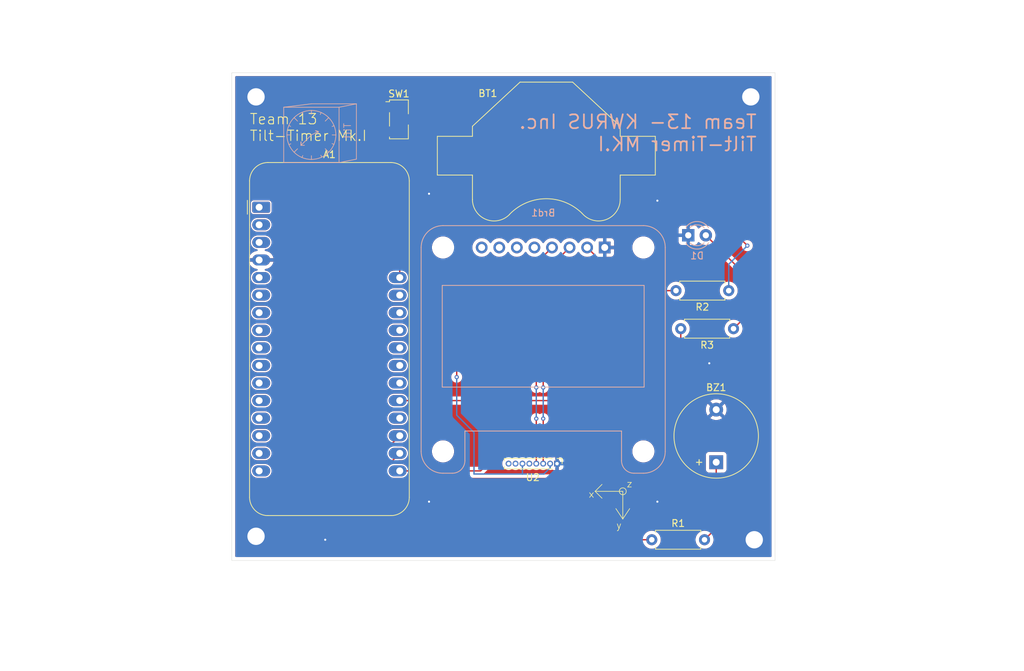
<source format=kicad_pcb>
(kicad_pcb (version 20241229) (generator "pcbnew") (generator_version "9.0")
  (title_block (title "Tilt-Timer Cube") (date "2025-11-17") (rev "2.0") (company "KWRUS Inc."))
  (layers (0 "F.Cu" signal) (2 "B.Cu" signal) (13 "F.Paste" user) (15 "B.Paste" user) (5 "F.SilkS" user "F.Silkscreen") (7 "B.SilkS" user "B.Silkscreen") (1 "F.Mask" user) (3 "B.Mask" user) (25 "Edge.Cuts" user))
  (net 0 "")
  (net 3 "Net-(A1-A6{slash}IO14)")
  (net 7 "Net-(A1-SCL{slash}IO22)")
  (net 9 "Net-(A1-SDA{slash}IO23)")
  (net 14 "GND")
  (net 19 "Net-(A1-A8{slash}IO15)")
  (net 28 "Net-(Brd1-VCC)")
  (net 29 "+BATT")
  (net 30 "Net-(BZ1-+)")
  (net 31 "Net-(D1-A)")
  (net 34 "Net-(A1-VBAT)")
  (footprint "Button_Switch_SMD:Nidec_Copal_CAS-120A" (layer "F.Cu") (at 117.15 46.75)
    (property "Reference" "SW1" (at 0 -3.7 0) (layer "F.SilkS"))
    (property "Value" "SW_Nidec_CAS-120A1")
    (fp_line (start -1.36 -2.81) (end 1.36 -2.81) (stroke (width 0.12)) (layer "F.SilkS"))
    (fp_line (start -1.36 -2.55) (end -1.9 -2.55) (stroke (width 0.12)) (layer "F.SilkS"))
    (fp_line (start -1.36 -2.55) (end -1.36 -2.8) (stroke (width 0.12)) (layer "F.SilkS"))
    (fp_line (start -1.36 -0.98) (end -1.36 0.98) (stroke (width 0.12)) (layer "F.SilkS"))
    (fp_line (start -1.36 2.81) (end -1.36 2.55) (stroke (width 0.12)) (layer "F.SilkS"))
    (fp_line (start 1.35 2.81) (end -1.35 2.81) (stroke (width 0.12)) (layer "F.SilkS"))
    (fp_line (start 1.36 -2.81) (end 1.36 -0.8) (stroke (width 0.12)) (layer "F.SilkS"))
    (fp_line (start 1.36 0.8) (end 1.36 2.81) (stroke (width 0.12)) (layer "F.SilkS"))
    (pad "1" smd roundrect (at -1.15 -1.75 270) (size 1 1.6) (layers "F.Cu" "F.Mask" "F.Paste"))
    (pad "2" smd roundrect (at 1.15 0 270) (size 1 1.6) (layers "F.Cu" "F.Mask" "F.Paste") (net 29 "+BATT"))
    (pad "3" smd roundrect (at -1.15 1.75 270) (size 1 1.6) (layers "F.Cu" "F.Mask" "F.Paste") (net 34 "Net-(A1-VBAT)"))
  )
  (footprint "Connector_PinHeader_1.00mm:PinHeader_1x08_P1.00mm_Vertical" (layer "F.Cu") (at 140 96.5 -90)
    (property "Reference" "U2" (at 2 3.5 180) (layer "F.SilkS"))
    (property "Value" "LIS3DH")
    (fp_line (start -0.745 7.61) (end -0.41003 7.61) (stroke (width 0.12)) (layer "F.SilkS"))
    (fp_line (start 0.41003 7.61) (end 0.745 7.61) (stroke (width 0.12)) (layer "F.SilkS"))
    (fp_line (start -0.745 0.735) (end -0.745 7.61) (stroke (width 0.12)) (layer "F.SilkS"))
    (fp_line (start -0.745 0.735) (end -0.685565 0.735) (stroke (width 0.12)) (layer "F.SilkS"))
    (fp_line (start 0.685565 0.735) (end 0.745 0.735) (stroke (width 0.12)) (layer "F.SilkS"))
    (fp_line (start 0.745 0.735) (end 0.745 7.61) (stroke (width 0.12)) (layer "F.SilkS"))
    (fp_line (start -0.745 0) (end -0.745 -0.735) (stroke (width 0.12)) (layer "F.SilkS"))
    (fp_line (start -0.745 -0.735) (end 0 -0.735) (stroke (width 0.12)) (layer "F.SilkS"))
    (pad "1" thru_hole rect (at 0 0 270) (size 0.85 0.85) (drill 0.5) (layers "*.Cu" "*.Mask") (net 14 "GND"))
    (pad "2" thru_hole circle (at 0 1 270) (size 0.85 0.85) (drill 0.5) (layers "*.Cu" "*.Mask") (net 29 "+BATT"))
    (pad "3" thru_hole circle (at 0 2 270) (size 0.85 0.85) (drill 0.5) (layers "*.Cu" "*.Mask") (net 7 "Net-(A1-SCL{slash}IO22)"))
    (pad "4" thru_hole circle (at 0 3 270) (size 0.85 0.85) (drill 0.5) (layers "*.Cu" "*.Mask") (net 9 "Net-(A1-SDA{slash}IO23)"))
    (pad "5" thru_hole circle (at 0 4 270) (size 0.85 0.85) (drill 0.5) (layers "*.Cu" "*.Mask") (net 14 "GND"))
    (pad "6" thru_hole circle (at 0 5 270) (size 0.85 0.85) (drill 0.5) (layers "*.Cu" "*.Mask") (net 29 "+BATT"))
    (pad "7" thru_hole circle (at 0 6 270) (size 0.85 0.85) (drill 0.5) (layers "*.Cu" "*.Mask"))
    (pad "8" thru_hole circle (at 0 7 270) (size 0.85 0.85) (drill 0.5) (layers "*.Cu" "*.Mask"))
  )
  (footprint "Module:Adafruit_Feather" (layer "F.Cu") (at 96.9475 59.45)
    (property "Reference" "A1" (at 10.16 -7.62 0) (layer "F.SilkS"))
    (property "Value" "Adafruit_Feather_HUZZAH32_ESP32")
    (fp_line (start -1.7 1) (end -1.7 -1) (stroke (width 0.12)) (layer "F.SilkS"))
    (fp_line (start -1.38 -3.81) (end -1.38 41.91) (stroke (width 0.12)) (layer "F.SilkS"))
    (fp_line (start 19.05 -6.46) (end 1.27 -6.46) (stroke (width 0.12)) (layer "F.SilkS"))
    (fp_line (start 19.05 44.56) (end 1.27 44.56) (stroke (width 0.12)) (layer "F.SilkS"))
    (fp_line (start 21.7 -3.81) (end 21.7 41.91) (stroke (width 0.12)) (layer "F.SilkS"))
    (fp_arc (start -1.38 -3.81) (mid -0.603833 -5.683833) (end 1.27 -6.46) (stroke (width 0.12)) (layer "F.SilkS"))
    (fp_arc (start 1.27 44.56) (mid -0.603833 43.783833) (end -1.38 41.91) (stroke (width 0.12)) (layer "F.SilkS"))
    (fp_arc (start 19.05 -6.46) (mid 20.923833 -5.683833) (end 21.7 -3.81) (stroke (width 0.12)) (layer "F.SilkS"))
    (fp_arc (start 21.7 41.91) (mid 20.923833 43.783833) (end 19.05 44.56) (stroke (width 0.12)) (layer "F.SilkS"))
    (pad "1" thru_hole roundrect (at 0 0) (size 2.6 1.6) (drill 1 (offset 0.3 0)) (layers "*.Cu" "*.Mask") (roundrect_rratio 0.15625))
    (pad "2" thru_hole oval (at 0 2.54) (size 2.6 1.6) (drill 1 (offset 0.3 0)) (layers "*.Cu" "*.Mask"))
    (pad "3" thru_hole oval (at 0 5.08) (size 2.6 1.6) (drill 1 (offset 0.3 0)) (layers "*.Cu" "*.Mask"))
    (pad "4" thru_hole oval (at 0 7.62) (size 2.6 1.6) (drill 1 (offset 0.3 0)) (layers "*.Cu" "*.Mask") (net 14 "GND"))
    (pad "5" thru_hole oval (at 0 10.16) (size 2.6 1.6) (drill 1 (offset 0.3 0)) (layers "*.Cu" "*.Mask"))
    (pad "6" thru_hole oval (at 0 12.7) (size 2.6 1.6) (drill 1 (offset 0.3 0)) (layers "*.Cu" "*.Mask"))
    (pad "7" thru_hole oval (at 0 15.24) (size 2.6 1.6) (drill 1 (offset 0.3 0)) (layers "*.Cu" "*.Mask"))
    (pad "8" thru_hole oval (at 0 17.78) (size 2.6 1.6) (drill 1 (offset 0.3 0)) (layers "*.Cu" "*.Mask"))
    (pad "9" thru_hole oval (at 0 20.32) (size 2.6 1.6) (drill 1 (offset 0.3 0)) (layers "*.Cu" "*.Mask"))
    (pad "10" thru_hole oval (at 0 22.86) (size 2.6 1.6) (drill 1 (offset 0.3 0)) (layers "*.Cu" "*.Mask"))
    (pad "11" thru_hole oval (at 0 25.4) (size 2.6 1.6) (drill 1 (offset 0.3 0)) (layers "*.Cu" "*.Mask"))
    (pad "12" thru_hole oval (at 0 27.94) (size 2.6 1.6) (drill 1 (offset 0.3 0)) (layers "*.Cu" "*.Mask"))
    (pad "13" thru_hole oval (at 0 30.48) (size 2.6 1.6) (drill 1 (offset 0.3 0)) (layers "*.Cu" "*.Mask"))
    (pad "14" thru_hole oval (at 0 33.02) (size 2.6 1.6) (drill 1 (offset 0.3 0)) (layers "*.Cu" "*.Mask"))
    (pad "15" thru_hole oval (at 0 35.56) (size 2.6 1.6) (drill 1 (offset 0.3 0)) (layers "*.Cu" "*.Mask"))
    (pad "16" thru_hole oval (at 0 38.1) (size 2.6 1.6) (drill 1 (offset 0.3 0)) (layers "*.Cu" "*.Mask"))
    (pad "17" thru_hole oval (at 20.32 38.1 180) (size 2.6 1.6) (drill 1 (offset 0.3 0)) (layers "*.Cu" "*.Mask") (net 9 "Net-(A1-SDA{slash}IO23)"))
    (pad "18" thru_hole oval (at 20.32 35.56 180) (size 2.6 1.6) (drill 1 (offset 0.3 0)) (layers "*.Cu" "*.Mask") (net 7 "Net-(A1-SCL{slash}IO22)"))
    (pad "19" thru_hole oval (at 20.32 33.02 180) (size 2.6 1.6) (drill 1 (offset 0.3 0)) (layers "*.Cu" "*.Mask") (net 3 "Net-(A1-A6{slash}IO14)"))
    (pad "20" thru_hole oval (at 20.32 30.48 180) (size 2.6 1.6) (drill 1 (offset 0.3 0)) (layers "*.Cu" "*.Mask"))
    (pad "21" thru_hole oval (at 20.32 27.94 180) (size 2.6 1.6) (drill 1 (offset 0.3 0)) (layers "*.Cu" "*.Mask") (net 19 "Net-(A1-A8{slash}IO15)"))
    (pad "22" thru_hole oval (at 20.32 25.4 180) (size 2.6 1.6) (drill 1 (offset 0.3 0)) (layers "*.Cu" "*.Mask"))
    (pad "23" thru_hole oval (at 20.32 22.86 180) (size 2.6 1.6) (drill 1 (offset 0.3 0)) (layers "*.Cu" "*.Mask"))
    (pad "24" thru_hole oval (at 20.32 20.32 180) (size 2.6 1.6) (drill 1 (offset 0.3 0)) (layers "*.Cu" "*.Mask"))
    (pad "25" thru_hole oval (at 20.32 17.78 180) (size 2.6 1.6) (drill 1 (offset 0.3 0)) (layers "*.Cu" "*.Mask"))
    (pad "26" thru_hole oval (at 20.32 15.24 180) (size 2.6 1.6) (drill 1 (offset 0.3 0)) (layers "*.Cu" "*.Mask"))
    (pad "27" thru_hole oval (at 20.32 12.7 180) (size 2.6 1.6) (drill 1 (offset 0.3 0)) (layers "*.Cu" "*.Mask"))
    (pad "28" thru_hole oval (at 20.32 10.16 180) (size 2.6 1.6) (drill 1 (offset 0.3 0)) (layers "*.Cu" "*.Mask") (net 34 "Net-(A1-VBAT)"))
  )
  (footprint "Resistor_THT:R_Axial_DIN0207_L6.3mm_D2.5mm_P7.62mm_Horizontal" (layer "F.Cu") (at 165.5 77 180)
    (property "Reference" "R3" (at 3.81 -2.37 0) (layer "F.SilkS"))
    (property "Value" "220")
    (fp_line (start 7.08 1.37) (end 7.08 1.04) (stroke (width 0.12)) (layer "F.SilkS"))
    (fp_line (start 7.08 -1.37) (end 7.08 -1.04) (stroke (width 0.12)) (layer "F.SilkS"))
    (fp_line (start 0.54 1.37) (end 7.08 1.37) (stroke (width 0.12)) (layer "F.SilkS"))
    (fp_line (start 0.54 1.04) (end 0.54 1.37) (stroke (width 0.12)) (layer "F.SilkS"))
    (fp_line (start 0.54 -1.04) (end 0.54 -1.37) (stroke (width 0.12)) (layer "F.SilkS"))
    (fp_line (start 0.54 -1.37) (end 7.08 -1.37) (stroke (width 0.12)) (layer "F.SilkS"))
    (pad "1" thru_hole circle (at 0 0 180) (size 1.6 1.6) (drill 0.8) (layers "*.Cu" "*.Mask") (net 31 "Net-(D1-A)"))
    (pad "2" thru_hole circle (at 7.62 0 180) (size 1.6 1.6) (drill 0.8) (layers "*.Cu" "*.Mask") (net 19 "Net-(A1-A8{slash}IO15)"))
  )
  (footprint "Resistor_THT:R_Axial_DIN0207_L6.3mm_D2.5mm_P7.62mm_Horizontal" (layer "F.Cu") (at 153.69 107.5)
    (property "Reference" "R1" (at 3.81 -2.37 0) (layer "F.SilkS"))
    (property "Value" "220")
    (fp_line (start 0.54 -1.37) (end 7.08 -1.37) (stroke (width 0.12)) (layer "F.SilkS"))
    (fp_line (start 0.54 -1.04) (end 0.54 -1.37) (stroke (width 0.12)) (layer "F.SilkS"))
    (fp_line (start 0.54 1.04) (end 0.54 1.37) (stroke (width 0.12)) (layer "F.SilkS"))
    (fp_line (start 0.54 1.37) (end 7.08 1.37) (stroke (width 0.12)) (layer "F.SilkS"))
    (fp_line (start 7.08 -1.37) (end 7.08 -1.04) (stroke (width 0.12)) (layer "F.SilkS"))
    (fp_line (start 7.08 1.37) (end 7.08 1.04) (stroke (width 0.12)) (layer "F.SilkS"))
    (pad "1" thru_hole circle (at 0 0) (size 1.6 1.6) (drill 0.8) (layers "*.Cu" "*.Mask") (net 3 "Net-(A1-A6{slash}IO14)"))
    (pad "2" thru_hole circle (at 7.62 0) (size 1.6 1.6) (drill 0.8) (layers "*.Cu" "*.Mask") (net 30 "Net-(BZ1-+)"))
  )
  (footprint "MountingHole:MountingHole_2.5mm" (layer "F.Cu") (at 168 43.5)
    (property "Reference" "REF**" (hide yes))
    (property "Value" "MountingHole_2.5mm" (hide yes))
    (pad "" np_thru_hole circle (at 0 0) (size 2.5 2.5) (drill 2.5) (layers "*.Cu" "*.Mask"))
  )
  (footprint "Battery:BatteryHolder_Multicomp_BC-2001_1x2032" (layer "F.Cu") (at 138.45 52 180)
    (property "Reference" "BT1" (at 8.45 9 0) (layer "F.SilkS"))
    (property "Value" "CR2032")
    (fp_line (start 15.75 2.8) (end 15.75 -2.8) (stroke (width 0.12)) (layer "F.SilkS"))
    (fp_line (start 15.75 -2.8) (end 10.68 -2.8) (stroke (width 0.12)) (layer "F.SilkS"))
    (fp_line (start 10.68 4.25) (end 3.8 10.63) (stroke (width 0.12)) (layer "F.SilkS"))
    (fp_line (start 10.68 2.8) (end 15.75 2.8) (stroke (width 0.12)) (layer "F.SilkS"))
    (fp_line (start 10.68 2.8) (end 10.68 4.25) (stroke (width 0.12)) (layer "F.SilkS"))
    (fp_line (start 10.68 -2.8) (end 10.68 -6.35) (stroke (width 0.12)) (layer "F.SilkS"))
    (fp_line (start 3.8 10.63) (end -3.8 10.63) (stroke (width 0.12)) (layer "F.SilkS"))
    (fp_line (start -10.68 4.25) (end -3.8 10.63) (stroke (width 0.12)) (layer "F.SilkS"))
    (fp_line (start -10.68 2.8) (end -10.68 4.25) (stroke (width 0.12)) (layer "F.SilkS"))
    (fp_line (start -10.68 -2.8) (end -10.68 -6.28) (stroke (width 0.12)) (layer "F.SilkS"))
    (fp_line (start -15.75 2.8) (end -10.68 2.8) (stroke (width 0.12)) (layer "F.SilkS"))
    (fp_line (start -15.75 2.8) (end -15.75 -2.8) (stroke (width 0.12)) (layer "F.SilkS"))
    (fp_line (start -15.75 -2.8) (end -10.68 -2.8) (stroke (width 0.12)) (layer "F.SilkS"))
    (fp_arc (start 5.316452 -8.492753) (mid 8.734461 -9.197232) (end 10.68 -6.3) (stroke (width 0.12)) (layer "F.SilkS"))
    (fp_arc (start 5.306422 -8.467392) (mid 0.096808 -6.218103) (end -5.169999 -8.330001) (stroke (width 0.12)) (layer "F.SilkS"))
    (fp_arc (start -10.677058 -6.3) (mid -8.637972 -9.23169) (end -5.180001 -8.339999) (stroke (width 0.12)) (layer "F.SilkS"))
    (pad "1" smd rect (at -12.95 0 180) (size 5 5) (layers "F.Cu" "F.Mask" "F.Paste") (net 29 "+BATT"))
    (pad "1" smd rect (at 12.95 0 180) (size 5 5) (layers "F.Cu" "F.Mask" "F.Paste") (net 29 "+BATT"))
    (pad "2" smd rect (at 0 0 180) (size 4 4) (layers "F.Cu" "F.Mask" "F.Paste") (net 14 "GND"))
  )
  (footprint "Resistor_THT:R_Axial_DIN0207_L6.3mm_D2.5mm_P7.62mm_Horizontal" (layer "F.Cu") (at 164.81 71.5 180)
    (property "Reference" "R2" (at 3.81 -2.37 0) (layer "F.SilkS"))
    (property "Value" "4.7k")
    (fp_line (start 7.08 1.37) (end 7.08 1.04) (stroke (width 0.12)) (layer "F.SilkS"))
    (fp_line (start 7.08 -1.37) (end 7.08 -1.04) (stroke (width 0.12)) (layer "F.SilkS"))
    (fp_line (start 0.54 1.37) (end 7.08 1.37) (stroke (width 0.12)) (layer "F.SilkS"))
    (fp_line (start 0.54 1.04) (end 0.54 1.37) (stroke (width 0.12)) (layer "F.SilkS"))
    (fp_line (start 0.54 -1.04) (end 0.54 -1.37) (stroke (width 0.12)) (layer "F.SilkS"))
    (fp_line (start 0.54 -1.37) (end 7.08 -1.37) (stroke (width 0.12)) (layer "F.SilkS"))
    (pad "1" thru_hole circle (at 0 0 180) (size 1.6 1.6) (drill 0.8) (layers "*.Cu" "*.Mask") (net 29 "+BATT"))
    (pad "2" thru_hole circle (at 7.62 0 180) (size 1.6 1.6) (drill 0.8) (layers "*.Cu" "*.Mask") (net 28 "Net-(Brd1-VCC)"))
  )
  (footprint "MountingHole:MountingHole_2.5mm" (layer "F.Cu") (at 96.5 43.5)
    (property "Reference" "REF**" (hide yes))
    (property "Value" "MountingHole_2.5mm" (hide yes))
    (pad "" np_thru_hole circle (at 0 0) (size 2.5 2.5) (drill 2.5) (layers "*.Cu" "*.Mask"))
  )
  (footprint "MountingHole:MountingHole_2.5mm" (layer "F.Cu") (at 96.5 107)
    (property "Reference" "REF**" (hide yes))
    (property "Value" "MountingHole_2.5mm" (hide yes))
    (pad "" np_thru_hole circle (at 0 0) (size 2.5 2.5) (drill 2.5) (layers "*.Cu" "*.Mask"))
  )
  (footprint "Buzzer_Beeper:Buzzer_12x9.5RM7.6" (layer "F.Cu") (at 163 96.3 90)
    (property "Reference" "BZ1" (at 10.8 0 180) (layer "F.SilkS"))
    (property "Value" "Buzzer")
    (fp_circle (center 3.8 0) (end 9.9 0) (stroke (width 0.12)) (fill no) (layer "F.SilkS"))
    (fp_text user "+" (at -0.01 -2.54 90) (layer "F.SilkS"))
    (pad "1" thru_hole rect (at 0 0 90) (size 2 2) (drill 1) (layers "*.Cu" "*.Mask") (net 30 "Net-(BZ1-+)"))
    (pad "2" thru_hole circle (at 7.6 0 90) (size 2 2) (drill 1) (layers "*.Cu" "*.Mask") (net 14 "GND"))
  )
  (footprint "MountingHole:MountingHole_2.5mm" (layer "F.Cu") (at 168.5 107.5)
    (property "Reference" "REF**" (hide yes))
    (property "Value" "MountingHole_2.5mm" (hide yes))
    (pad "" np_thru_hole circle (at 0 0) (size 2.5 2.5) (drill 2.5) (layers "*.Cu" "*.Mask"))
  )
  (footprint "Display:Adafruit_SSD1306" (layer "B.Cu") (at 146.89 65.265 180)
    (property "Reference" "Brd1" (at 8.89 5 0) (layer "B.SilkS") (effects (justify mirror)))
    (property "Value" "SSD1306")
    (fp_line (start 26.526 0) (end 26.526 -29.464) (stroke (width 0.12)) (layer "B.SilkS"))
    (fp_line (start 23.478 -5.478) (end 23.478 -20.176) (stroke (width 0.12)) (layer "B.SilkS"))
    (fp_line (start 23.368 3.158) (end -5.588 3.158) (stroke (width 0.12)) (layer "B.SilkS"))
    (fp_line (start 22.018 -32.622) (end 23.37 -32.622) (stroke (width 0.12)) (layer "B.SilkS"))
    (fp_line (start 20.21 -26.526) (end 20.21 -30.814) (stroke (width 0.12)) (layer "B.SilkS"))
    (fp_line (start -2.43 -26.526) (end 20.21 -26.526) (stroke (width 0.12)) (layer "B.SilkS"))
    (fp_line (start -2.43 -26.526) (end -2.43 -30.814) (stroke (width 0.12)) (layer "B.SilkS"))
    (fp_line (start -4.238 -32.622) (end -5.59 -32.622) (stroke (width 0.12)) (layer "B.SilkS"))
    (fp_line (start -5.698 -5.478) (end 23.478 -5.478) (stroke (width 0.12)) (layer "B.SilkS"))
    (fp_line (start -5.698 -5.478) (end -5.698 -20.176) (stroke (width 0.12)) (layer "B.SilkS"))
    (fp_line (start -5.698 -20.176) (end 23.478 -20.176) (stroke (width 0.12)) (layer "B.SilkS"))
    (fp_line (start -8.746 0) (end -8.746 -29.464) (stroke (width 0.12)) (layer "B.SilkS"))
    (fp_arc (start 26.526 0) (mid 25.601043 2.233043) (end 23.368 3.158) (stroke (width 0.12)) (layer "B.SilkS"))
    (fp_arc (start 23.368 -32.622) (mid 25.601043 -31.697043) (end 26.526 -29.464) (stroke (width 0.12)) (layer "B.SilkS"))
    (fp_arc (start 20.21 -30.812) (mid 20.738137 -32.091035) (end 22.016 -32.622) (stroke (width 0.12)) (layer "B.SilkS"))
    (fp_arc (start -4.236 -32.622) (mid -2.958137 -32.091035) (end -2.43 -30.812) (stroke (width 0.12)) (layer "B.SilkS"))
    (fp_arc (start -5.588 3.158) (mid -7.821043 2.233043) (end -8.746 0) (stroke (width 0.12)) (layer "B.SilkS"))
    (fp_arc (start -8.746 -29.464) (mid -7.821043 -31.697043) (end -5.588 -32.622) (stroke (width 0.12)) (layer "B.SilkS"))
    (pad "" np_thru_hole circle (at -5.588 -29.464 180) (size 2.7 2.7) (drill 2.7) (layers "*.Cu" "*.Mask"))
    (pad "" np_thru_hole circle (at -5.588 0 180) (size 2.7 2.7) (drill 2.7) (layers "*.Cu" "*.Mask"))
    (pad "" np_thru_hole circle (at 23.368 -29.464 180) (size 2.7 2.7) (drill 2.7) (layers "*.Cu" "*.Mask"))
    (pad "" np_thru_hole circle (at 23.368 0 180) (size 2.7 2.7) (drill 2.7) (layers "*.Cu" "*.Mask"))
    (pad "1" thru_hole rect (at 0 0 180) (size 1.7 1.7) (drill 1) (layers "*.Cu" "*.Mask") (net 14 "GND"))
    (pad "2" thru_hole circle (at 2.54 0 180) (size 1.7 1.7) (drill 1) (layers "*.Cu" "*.Mask") (net 28 "Net-(Brd1-VCC)"))
    (pad "3" thru_hole circle (at 5.08 0 180) (size 1.7 1.7) (drill 1) (layers "*.Cu" "*.Mask") (net 7 "Net-(A1-SCL{slash}IO22)"))
    (pad "4" thru_hole circle (at 7.62 0 180) (size 1.7 1.7) (drill 1) (layers "*.Cu" "*.Mask") (net 9 "Net-(A1-SDA{slash}IO23)"))
    (pad "5" thru_hole circle (at 10.16 0 180) (size 1.7 1.7) (drill 1) (layers "*.Cu" "*.Mask"))
    (pad "6" thru_hole circle (at 12.7 0 180) (size 1.7 1.7) (drill 1) (layers "*.Cu" "*.Mask"))
    (pad "7" thru_hole circle (at 15.24 0 180) (size 1.7 1.7) (drill 1) (layers "*.Cu" "*.Mask"))
    (pad "8" thru_hole circle (at 17.78 0 180) (size 1.7 1.7) (drill 1) (layers "*.Cu" "*.Mask"))
  )
  (footprint "LED_THT:LED_D3.0mm_FlatTop" (layer "B.Cu") (at 158.96 63.5)
    (property "Reference" "D1" (at 1.27 2.96 0) (layer "B.SilkS") (effects (justify mirror)))
    (property "Value" "LED")
    (fp_line (start -0.29 -1.08) (end -0.29 -1.236) (stroke (width 0.12)) (layer "B.SilkS"))
    (fp_line (start -0.29 1.236) (end -0.29 1.08) (stroke (width 0.12)) (layer "B.SilkS"))
    (fp_arc (start -0.29 -1.235516) (mid 1.36566 -1.987699) (end 2.941437 -1.08) (stroke (width 0.12)) (layer "B.SilkS"))
    (fp_arc (start 0.229039 -1.08) (mid 1.27 -1.5) (end 2.310961 -1.08) (stroke (width 0.12)) (layer "B.SilkS"))
    (fp_arc (start 2.310961 1.08) (mid 1.27 1.5) (end 0.229039 1.08) (stroke (width 0.12)) (layer "B.SilkS"))
    (fp_arc (start 2.941437 1.08) (mid 1.36566 1.9877) (end -0.29 1.235516) (stroke (width 0.12)) (layer "B.SilkS"))
    (pad "1" thru_hole rect (at 0 0) (size 1.8 1.8) (drill 0.9) (layers "*.Cu" "*.Mask") (net 14 "GND"))
    (pad "2" thru_hole circle (at 2.54 0) (size 1.8 1.8) (drill 0.9) (layers "*.Cu" "*.Mask") (net 31 "Net-(D1-A)"))
  )
  (gr_line (start 146.5 99.5) (end 145.5 100.5) (stroke (width 0.1)) (layer "F.SilkS"))
  (gr_line (start 149.5 100.5) (end 149.5 104.5) (stroke (width 0.1)) (layer "F.SilkS"))
  (gr_line (start 145.5 100.5) (end 146.5 101.5) (stroke (width 0.1)) (layer "F.SilkS"))
  (gr_circle (center 149.5 100.5) (end 149.5 100) (stroke (width 0.1)) (fill no) (layer "F.SilkS"))
  (gr_line (start 149.5 104.5) (end 148.5 103) (stroke (width 0.1)) (layer "F.SilkS"))
  (gr_line (start 149.5 104.5) (end 150.5 103) (stroke (width 0.1)) (layer "F.SilkS"))
  (gr_line (start 149.5 100.5) (end 145.5 100.5) (stroke (width 0.1)) (layer "F.SilkS"))
  (gr_circle (center 104.5 49) (end 108 48.5) (stroke (width 0.1)) (fill no) (layer "B.SilkS"))
  (gr_line (start 103 50.5) (end 103 50) (stroke (width 0.1)) (layer "B.SilkS"))
  (gr_line (start 107.491397 47.777353) (end 107.768602 47.662647) (stroke (width 0.1)) (layer "B.SilkS"))
  (gr_line (start 101.232321 47.640464) (end 101.507678 47.759537) (stroke (width 0.1)) (layer "B.SilkS"))
  (gr_line (start 104.5 45.464466) (end 104.5 46) (stroke (width 0.1)) (layer "B.SilkS"))
  (gr_line (start 102 46.5) (end 102.5 47) (stroke (width 0.1)) (layer "B.SilkS"))
  (gr_line (start 107.482321 50.250463) (end 107.757678 50.369536) (stroke (width 0.1)) (layer "B.SilkS"))
  (gr_line (start 104.5 44.5) (end 100.5 45) (stroke (width 0.1)) (layer "B.SilkS"))
  (gr_line (start 103.5 50.5) (end 103 50.5) (stroke (width 0.1)) (layer "B.SilkS"))
  (gr_line (start 108.5 53) (end 111 52.5) (stroke (width 0.1)) (layer "B.SilkS"))
  (gr_line (start 107 51.5) (end 106.5 51) (stroke (width 0.1)) (layer "B.SilkS"))
  (gr_line (start 105.5 48.5) (end 105.36 48.86) (stroke (width 0.1)) (layer "B.SilkS"))
  (gr_line (start 100.964466 49) (end 101.5 49) (stroke (width 0.1)) (layer "B.SilkS"))
  (gr_line (start 105.872647 51.931397) (end 105.987353 52.208602) (stroke (width 0.1)) (layer "B.SilkS"))
  (gr_line (start 104.5 49) (end 105.5 48.5) (stroke (width 0.1)) (layer "B.SilkS"))
  (gr_line (start 101.251397 50.397353) (end 101.528602 50.282647) (stroke (width 0.1)) (layer "B.SilkS"))
  (gr_line (start 103.172647 45.721397) (end 103.287353 45.998602) (stroke (width 0.1)) (layer "B.SilkS"))
  (gr_line (start 103.26 51.98) (end 103.140927 52.255357) (stroke (width 0.1)) (layer "B.SilkS"))
  (gr_line (start 108.5 53) (end 100.5 53) (stroke (width 0.1)) (layer "B.SilkS"))
  (gr_line (start 104.5 49) (end 103 50.5) (stroke (width 0.1)) (layer "B.SilkS"))
  (gr_line (start 100.5 45) (end 108.5 45) (stroke (width 0.1)) (layer "B.SilkS"))
  (gr_line (start 108.5 45) (end 111 44.5) (stroke (width 0.1)) (layer "B.SilkS"))
  (gr_line (start 108.035534 49) (end 107.5 49) (stroke (width 0.1)) (layer "B.SilkS"))
  (gr_line (start 111 44.5) (end 104.5 44.5) (stroke (width 0.1)) (layer "B.SilkS"))
  (gr_line (start 102 51.5) (end 102.5 51) (stroke (width 0.1)) (layer "B.SilkS"))
  (gr_line (start 105.1 48.39) (end 105.5 48.5) (stroke (width 0.1)) (layer "B.SilkS"))
  (gr_line (start 103 50) (end 103 50.5) (stroke (width 0.1)) (layer "B.SilkS"))
  (gr_line (start 107 46.5) (end 106.5 47) (stroke (width 0.1)) (layer "B.SilkS"))
  (gr_line (start 105.5 48.5) (end 105.1 48.39) (stroke (width 0.1)) (layer "B.SilkS"))
  (gr_line (start 111 52.5) (end 111 44.5) (stroke (width 0.1)) (layer "B.SilkS"))
  (gr_line (start 100.5 53) (end 100.5 45) (stroke (width 0.1)) (layer "B.SilkS"))
  (gr_line (start 104.5 52.535534) (end 104.5 52) (stroke (width 0.1)) (layer "B.SilkS"))
  (gr_line (start 108.5 45) (end 108.5 53) (stroke (width 0.1)) (layer "B.SilkS"))
  (gr_line (start 105.9 45.77) (end 105.780927 46.045357) (stroke (width 0.1)) (layer "B.SilkS"))
  (gr_rect (start 93 40) (end 171.5 110.5) (stroke (width 0.05)) (fill no) (layer "Edge.Cuts"))
  (gr_text "x" (at 144.5 101.5 0) (layer "F.SilkS") (effects (font (size 1 1) (thickness 0.1)) (justify left bottom)))
  (gr_text "z" (at 150 100 0) (layer "F.SilkS") (effects (font (size 1 1) (thickness 0.1)) (justify left bottom)))
  (gr_text "y" (at 148.5 106 0) (layer "F.SilkS") (effects (font (size 1 1) (thickness 0.1)) (justify left bottom)))
  (gr_text "Team 13\nTilt-Timer Mk.I" (at 95.5 50 0) (layer "F.SilkS") (effects (font (size 1.5 1.5) (thickness 0.1375)) (justify left bottom)))
  (gr_text "Tilt\n" (at 110.3 47.21 90) (layer "B.SilkS") (effects (font (size 1 1) (thickness 0.1)) (justify left bottom mirror)))
  (gr_text "Team 13- KWRUS Inc.\nTilt-Timer MK.I" (at 169 51.5 0) (layer "B.SilkS") (effects (font (size 2 2) (thickness 0.25)) (justify left bottom mirror)))
  (segment (start 117.2675 92.47) (end 113.5 96.2375) (width 0.2) (layer "F.Cu") (net 3))
  (segment (start 113.5 96.2375) (end 113.5 105) (width 0.2) (layer "F.Cu") (net 3))
  (segment (start 113.5 105) (end 116 107.5) (width 0.2) (layer "F.Cu") (net 3))
  (segment (start 116 107.5) (end 153.69 107.5) (width 0.2) (layer "F.Cu") (net 3))
  (segment (start 117.2675 95.01) (end 115 97.2775) (width 0.2) (layer "F.Cu") (net 7))
  (segment (start 116.011451 98.651) (end 140.849 98.651) (width 0.2) (layer "F.Cu") (net 7))
  (segment (start 140.5 94.5) (end 138 94.5) (width 0.2) (layer "F.Cu") (net 7))
  (segment (start 115 97.2775) (end 115 97.639549) (width 0.2) (layer "F.Cu") (net 7))
  (segment (start 115 97.639549) (end 116.011451 98.651) (width 0.2) (layer "F.Cu") (net 7))
  (segment (start 138 69.075) (end 141.81 65.265) (width 0.2) (layer "F.Cu") (net 7))
  (segment (start 141.5 98) (end 141.5 95.5) (width 0.2) (layer "F.Cu") (net 7))
  (segment (start 138 85.5) (end 138 69.075) (width 0.2) (layer "F.Cu") (net 7))
  (segment (start 138 94.5) (end 138 90) (width 0.2) (layer "F.Cu") (net 7))
  (segment (start 141.5 95.5) (end 140.5 94.5) (width 0.2) (layer "F.Cu") (net 7))
  (segment (start 138 96.5) (end 138 94.5) (width 0.2) (layer "F.Cu") (net 7))
  (segment (start 140.849 98.651) (end 141.5 98) (width 0.2) (layer "F.Cu") (net 7))
  (via (at 138 90) (size 0.6) (drill 0.3) (layers "F.Cu" "B.Cu") (net 7))
  (via (at 138 85.5) (size 0.6) (drill 0.3) (layers "F.Cu" "B.Cu") (net 7))
  (segment (start 138 90) (end 138 85.5) (width 0.2) (layer "B.Cu") (net 7))
  (segment (start 131.5 95) (end 137 95) (width 0.2) (layer "F.Cu") (net 9))
  (segment (start 117.2675 97.55) (end 128.95 97.55) (width 0.2) (layer "F.Cu") (net 9))
  (segment (start 137 85.5) (end 137 67.535) (width 0.2) (layer "F.Cu") (net 9))
  (segment (start 128.95 97.55) (end 131.5 95) (width 0.2) (layer "F.Cu") (net 9))
  (segment (start 137 96.5) (end 137 95) (width 0.2) (layer "F.Cu") (net 9))
  (segment (start 137 95) (end 137 90) (width 0.2) (layer "F.Cu") (net 9))
  (segment (start 137 67.535) (end 139.27 65.265) (width 0.2) (layer "F.Cu") (net 9))
  (via (at 137 85.5) (size 0.6) (drill 0.3) (layers "F.Cu" "B.Cu") (net 9))
  (via (at 137 90) (size 0.6) (drill 0.3) (layers "F.Cu" "B.Cu") (net 9))
  (segment (start 137 90) (end 137 85.5) (width 0.2) (layer "B.Cu") (net 9))
  (via (at 162 82) (size 0.6) (drill 0.3) (layers "F.Cu" "B.Cu") (net 14))
  (via (at 121.5 102) (size 0.6) (drill 0.3) (layers "F.Cu" "B.Cu") (net 14))
  (via (at 154.5 102) (size 0.6) (drill 0.3) (layers "F.Cu" "B.Cu") (net 14))
  (via (at 154.5 58.5) (size 0.6) (drill 0.3) (layers "F.Cu" "B.Cu") (net 14))
  (via (at 121.5 57.5) (size 0.6) (drill 0.3) (layers "F.Cu" "B.Cu") (net 14))
  (via (at 106.5 107.5) (size 0.6) (drill 0.3) (layers "F.Cu" "B.Cu") (net 14))
  (segment (start 149.5 87.5) (end 157.88 79.12) (width 0.2) (layer "F.Cu") (net 19))
  (segment (start 157.88 79.12) (end 157.88 77) (width 0.2) (layer "F.Cu") (net 19))
  (segment (start 117.2675 87.39) (end 149.39 87.39) (width 0.2) (layer "F.Cu") (net 19))
  (segment (start 149.39 87.39) (end 149.5 87.5) (width 0.2) (layer "F.Cu") (net 19))
  (segment (start 150.585 71.5) (end 144.35 65.265) (width 0.2) (layer "F.Cu") (net 28))
  (segment (start 157.19 71.5) (end 150.585 71.5) (width 0.2) (layer "F.Cu") (net 28))
  (segment (start 120.25 46.75) (end 118.3 46.75) (width 0.2) (layer "F.Cu") (net 29))
  (segment (start 154.5 52) (end 167.5 65) (width 0.2) (layer "F.Cu") (net 29))
  (segment (start 125.5 52) (end 125.5 84) (width 0.2) (layer "F.Cu") (net 29))
  (segment (start 151.4 52) (end 154.5 52) (width 0.2) (layer "F.Cu") (net 29))
  (segment (start 125.5 52) (end 120.25 46.75) (width 0.2) (layer "F.Cu") (net 29))
  (via (at 167.5 65) (size 0.6) (drill 0.3) (layers "F.Cu" "B.Cu") (net 29))
  (via (at 125.5 84) (size 0.6) (drill 0.3) (layers "F.Cu" "B.Cu") (net 29))
  (segment (start 139 97.10104) (end 139 96.5) (width 0.2) (layer "B.Cu") (net 29))
  (segment (start 125.5 84) (end 125.5 89.5) (width 0.2) (layer "B.Cu") (net 29))
  (segment (start 128 98) (end 135 98) (width 0.2) (layer "B.Cu") (net 29))
  (segment (start 125.5 89.5) (end 128 92) (width 0.2) (layer "B.Cu") (net 29))
  (segment (start 135 98) (end 138.10104 98) (width 0.2) (layer "B.Cu") (net 29))
  (segment (start 138.10104 98) (end 139 97.10104) (width 0.2) (layer "B.Cu") (net 29))
  (segment (start 135 98) (end 135 96.5) (width 0.2) (layer "B.Cu") (net 29))
  (segment (start 167.5 65) (end 164.81 67.69) (width 0.2) (layer "B.Cu") (net 29))
  (segment (start 164.81 67.69) (end 164.81 71.5) (width 0.2) (layer "B.Cu") (net 29))
  (segment (start 128 92) (end 128 98) (width 0.2) (layer "B.Cu") (net 29))
  (segment (start 163 105.81) (end 163 96.3) (width 0.2) (layer "F.Cu") (net 30))
  (segment (start 161.31 107.5) (end 163 105.81) (width 0.2) (layer "F.Cu") (net 30))
  (segment (start 167.5 75) (end 165.5 77) (width 0.2) (layer "F.Cu") (net 31))
  (segment (start 161.5 63.5) (end 167.5 69.5) (width 0.2) (layer "F.Cu") (net 31))
  (segment (start 167.5 69.5) (end 167.5 75) (width 0.2) (layer "F.Cu") (net 31))
  (segment (start 116 48.5) (end 117.2675 49.7675) (width 0.2) (layer "F.Cu") (net 34))
  (segment (start 117.2675 49.7675) (end 117.2675 69.61) (width 0.2) (layer "F.Cu") (net 34))
  (zone (net 14) (net_name "GND") (layers "F.Cu" "B.Cu") (connect_pads (clearance 0.5)) (min_thickness 0.25) (fill yes (thermal_gap 0.5) (thermal_bridge_width 0.5))
    (polygon (pts (xy 62 29.5) (xy 207.5 29.5) (xy 205.5 126.5) (xy 59.5 126)))
  )
)
</source>
